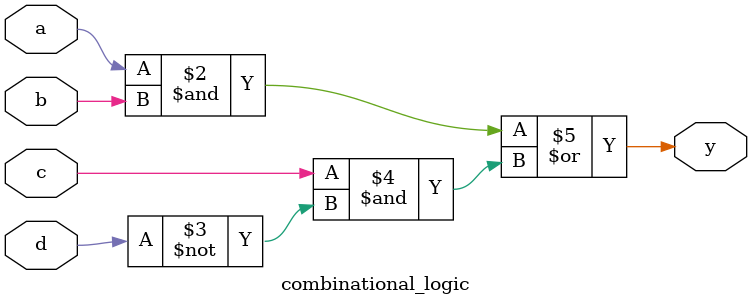
<source format=sv>
module combinational_logic (
    input logic a,
    input logic b,
    input logic c,
    input logic d,
    output logic y
);

always @(*) begin
    y = (a & b) | (c & ~d);
end

endmodule
</source>
